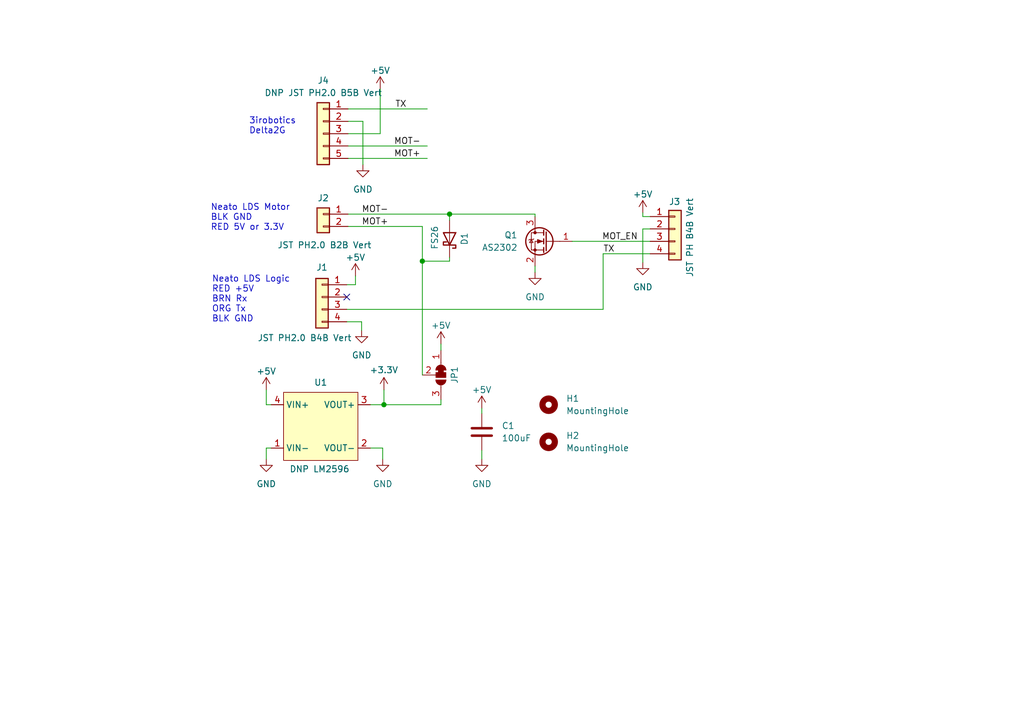
<source format=kicad_sch>
(kicad_sch (version 20230121) (generator eeschema)
  (paper "A5")
  (title_block (title "Neato XV11/Delta-2G LDS adapter") (date "2024-01-31") (rev "0.3.0") (company "makerspet.com"))
  (lib_symbols
    (symbol "Connector_Generic:Conn_01x02" (pin_names (offset 1.016) hide)
      (property "Reference" "J" (at 0 2.54 0))
      (property "Value" "Conn_01x02" (at 0 -5.08 0))
      (symbol "Conn_01x02_1_1"
        (rectangle (start -1.27 -2.413) (end 0 -2.667) (stroke (width 0.1524)))
        (rectangle (start -1.27 0.127) (end 0 -0.127) (stroke (width 0.1524)))
        (rectangle (start -1.27 1.27) (end 1.27 -3.81) (stroke (width 0.254)) (fill (type background)))
        (pin passive line (at -5.08 0 0) (length 3.81) (name "Pin_1") (number "1"))
        (pin passive line (at -5.08 -2.54 0) (length 3.81) (name "Pin_2") (number "2"))
      )
    )
    (symbol "Connector_Generic:Conn_01x04" (pin_names (offset 1.016) hide)
      (property "Reference" "J" (at 0 5.08 0))
      (property "Value" "Conn_01x04" (at 0 -7.62 0))
      (symbol "Conn_01x04_1_1"
        (rectangle (start -1.27 -4.953) (end 0 -5.207) (stroke (width 0.1524)))
        (rectangle (start -1.27 -2.413) (end 0 -2.667) (stroke (width 0.1524)))
        (rectangle (start -1.27 0.127) (end 0 -0.127) (stroke (width 0.1524)))
        (rectangle (start -1.27 2.667) (end 0 2.413) (stroke (width 0.1524)))
        (rectangle (start -1.27 3.81) (end 1.27 -6.35) (stroke (width 0.254)) (fill (type background)))
        (pin passive line (at -5.08 2.54 0) (length 3.81) (name "Pin_1") (number "1"))
        (pin passive line (at -5.08 0 0) (length 3.81) (name "Pin_2") (number "2"))
        (pin passive line (at -5.08 -2.54 0) (length 3.81) (name "Pin_3") (number "3"))
        (pin passive line (at -5.08 -5.08 0) (length 3.81) (name "Pin_4") (number "4"))
      )
    )
    (symbol "Connector_Generic:Conn_01x05" (pin_names (offset 1.016) hide)
      (property "Reference" "J" (at 0 7.62 0))
      (property "Value" "Conn_01x05" (at 0 -7.62 0))
      (symbol "Conn_01x05_1_1"
        (rectangle (start -1.27 -4.953) (end 0 -5.207) (stroke (width 0.1524)))
        (rectangle (start -1.27 -2.413) (end 0 -2.667) (stroke (width 0.1524)))
        (rectangle (start -1.27 0.127) (end 0 -0.127) (stroke (width 0.1524)))
        (rectangle (start -1.27 2.667) (end 0 2.413) (stroke (width 0.1524)))
        (rectangle (start -1.27 5.207) (end 0 4.953) (stroke (width 0.1524)))
        (rectangle (start -1.27 6.35) (end 1.27 -6.35) (stroke (width 0.254)) (fill (type background)))
        (pin passive line (at -5.08 5.08 0) (length 3.81) (name "Pin_1") (number "1"))
        (pin passive line (at -5.08 2.54 0) (length 3.81) (name "Pin_2") (number "2"))
        (pin passive line (at -5.08 0 0) (length 3.81) (name "Pin_3") (number "3"))
        (pin passive line (at -5.08 -2.54 0) (length 3.81) (name "Pin_4") (number "4"))
        (pin passive line (at -5.08 -5.08 0) (length 3.81) (name "Pin_5") (number "5"))
      )
    )
    (symbol "Device:C" (pin_numbers hide) (pin_names (offset 0.254))
      (property "Reference" "C" (at 0.635 2.54 0))
      (property "Value" "C" (at 0.635 -2.54 0))
      (symbol "C_0_1"
        (polyline (pts (xy -2.032 -0.762) (xy 2.032 -0.762)) (stroke (width 0.508)))
        (polyline (pts (xy -2.032 0.762) (xy 2.032 0.762)) (stroke (width 0.508)))
      )
      (symbol "C_1_1"
        (pin passive line (at 0 3.81 270) (length 2.794) (name "~") (number "1"))
        (pin passive line (at 0 -3.81 90) (length 2.794) (name "~") (number "2"))
      )
    )
    (symbol "Device:D_Schottky" (pin_numbers hide) (pin_names (offset 1.016) hide)
      (property "Reference" "D" (at 0 2.54 0))
      (property "Value" "D_Schottky" (at 0 -2.54 0))
      (symbol "D_Schottky_0_1"
        (polyline (pts (xy 1.27 0) (xy -1.27 0)))
        (polyline (pts (xy 1.27 1.27) (xy 1.27 -1.27) (xy -1.27 0) (xy 1.27 1.27)) (stroke (width 0.254)))
        (polyline (pts (xy -1.905 0.635) (xy -1.905 1.27) (xy -1.27 1.27) (xy -1.27 -1.27) (xy -0.635 -1.27) (xy -0.635 -0.635)) (stroke (width 0.254)))
      )
      (symbol "D_Schottky_1_1"
        (pin passive line (at -3.81 0 0) (length 2.54) (name "K") (number "1"))
        (pin passive line (at 3.81 0 180) (length 2.54) (name "A") (number "2"))
      )
    )
    (symbol "Jumper:SolderJumper_3_Bridged12" (pin_names (offset 0) hide)
      (property "Reference" "JP" (at -2.54 -2.54 0))
      (property "Value" "SolderJumper_3_Bridged12" (at 0 2.794 0))
      (symbol "SolderJumper_3_Bridged12_0_1"
        (rectangle (start -1.016 0.508) (end -0.508 -0.508) (fill (type outline)))
        (arc (start -1.016 1.016) (mid -2.0276 0) (end -1.016 -1.016))
        (arc (start -1.016 1.016) (mid -2.0276 0) (end -1.016 -1.016) (fill (type outline)))
        (rectangle (start -0.508 1.016) (end 0.508 -1.016) (fill (type outline)))
        (polyline (pts (xy -2.54 0) (xy -2.032 0)))
        (polyline (pts (xy -1.016 1.016) (xy -1.016 -1.016)))
        (polyline (pts (xy 0 -1.27) (xy 0 -1.016)))
        (polyline (pts (xy 1.016 1.016) (xy 1.016 -1.016)))
        (polyline (pts (xy 2.54 0) (xy 2.032 0)))
        (arc (start 1.016 -1.016) (mid 2.0276 0) (end 1.016 1.016))
        (arc (start 1.016 -1.016) (mid 2.0276 0) (end 1.016 1.016) (fill (type outline)))
      )
      (symbol "SolderJumper_3_Bridged12_1_1"
        (pin passive line (at -5.08 0 0) (length 2.54) (name "A") (number "1"))
        (pin passive line (at 0 -3.81 90) (length 2.54) (name "C") (number "2"))
        (pin passive line (at 5.08 0 180) (length 2.54) (name "B") (number "3"))
      )
    )
    (symbol "Makerspet:LM2596 Module"
      (property "Reference" "U" (at 0 -1.27 0))
      (symbol "LM2596 Module_1_1"
        (rectangle (start -7.62 -2.54) (end 7.62 -16.51) (fill (type background)))
        (pin passive line (at -10.16 -13.97 0) (length 2.54) (name "VIN-") (number "1"))
        (pin passive line (at 10.16 -13.97 180) (length 2.54) (name "VOUT-") (number "2"))
        (pin power_out line (at 10.16 -5.08 180) (length 2.54) (name "VOUT+") (number "3"))
        (pin power_in line (at -10.16 -5.08 0) (length 2.54) (name "VIN+") (number "4"))
      )
    )
    (symbol "Mechanical:MountingHole" (pin_names (offset 1.016))
      (property "Reference" "H" (at 0 5.08 0))
      (property "Value" "MountingHole" (at 0 3.175 0))
      (symbol "MountingHole_0_1"
        (circle (center 0 0) (radius 1.27) (stroke (width 1.27)))
      )
    )
    (symbol "Transistor_FET:BSS123" (pin_names hide)
      (property "Reference" "Q" (at 5.08 1.905 0))
      (property "Value" "BSS123" (at 5.08 0 0))
      (symbol "BSS123_0_1"
        (polyline (pts (xy 0.254 0) (xy -2.54 0)))
        (polyline (pts (xy 0.254 1.905) (xy 0.254 -1.905)) (stroke (width 0.254)))
        (polyline (pts (xy 0.762 -1.27) (xy 0.762 -2.286)) (stroke (width 0.254)))
        (polyline (pts (xy 0.762 0.508) (xy 0.762 -0.508)) (stroke (width 0.254)))
        (polyline (pts (xy 0.762 2.286) (xy 0.762 1.27)) (stroke (width 0.254)))
        (polyline (pts (xy 2.54 2.54) (xy 2.54 1.778)))
        (polyline (pts (xy 2.54 -2.54) (xy 2.54 0) (xy 0.762 0)))
        (polyline (pts (xy 0.762 -1.778) (xy 3.302 -1.778) (xy 3.302 1.778) (xy 0.762 1.778)))
        (polyline (pts (xy 1.016 0) (xy 2.032 0.381) (xy 2.032 -0.381) (xy 1.016 0)) (fill (type outline)))
        (polyline (pts (xy 2.794 0.508) (xy 2.921 0.381) (xy 3.683 0.381) (xy 3.81 0.254)))
        (polyline (pts (xy 3.302 0.381) (xy 2.921 -0.254) (xy 3.683 -0.254) (xy 3.302 0.381)))
        (circle (center 1.651 0) (radius 2.794) (stroke (width 0.254)))
        (circle (center 2.54 -1.778) (radius 0.254) (fill (type outline)))
        (circle (center 2.54 1.778) (radius 0.254) (fill (type outline)))
      )
      (symbol "BSS123_1_1"
        (pin input line (at -5.08 0 0) (length 2.54) (name "G") (number "1"))
        (pin passive line (at 2.54 -5.08 90) (length 2.54) (name "S") (number "2"))
        (pin passive line (at 2.54 5.08 270) (length 2.54) (name "D") (number "3"))
      )
    )
    (symbol "power:+3.3V" (power) (pin_names (offset 0))
      (property "Value" "+3.3V" (at 0 3.556 0))
      (symbol "+3.3V_0_1"
        (polyline (pts (xy -0.762 1.27) (xy 0 2.54)))
        (polyline (pts (xy 0 0) (xy 0 2.54)))
        (polyline (pts (xy 0 2.54) (xy 0.762 1.27)))
      )
      (symbol "+3.3V_1_1"
        (pin power_in line (at 0 0 90) (length 0) hide (name "+3.3V") (number "1"))
      )
    )
    (symbol "power:+5V" (power) (pin_names (offset 0))
      (property "Value" "+5V" (at 0 3.556 0))
      (symbol "+5V_0_1"
        (polyline (pts (xy -0.762 1.27) (xy 0 2.54)))
        (polyline (pts (xy 0 0) (xy 0 2.54)))
        (polyline (pts (xy 0 2.54) (xy 0.762 1.27)))
      )
      (symbol "+5V_1_1"
        (pin power_in line (at 0 0 90) (length 0) hide (name "+5V") (number "1"))
      )
    )
    (symbol "power:GND" (power) (pin_names (offset 0))
      (property "Value" "GND" (at 0 -3.81 0))
      (symbol "GND_0_1"
        (polyline (pts (xy 0 0) (xy 0 -1.27) (xy 1.27 -1.27) (xy 0 -2.54) (xy -1.27 -1.27) (xy 0 -1.27)))
      )
      (symbol "GND_1_1"
        (pin power_in line (at 0 0 270) (length 0) hide (name "GND") (number "1"))
      )
    )
  )
  (junction (at 78.74 83.058))
  (junction (at 92.202 43.942))
  (junction (at 86.614 53.594))
  (no_connect (at 71.12 60.96))
  (wire (pts (xy 55.626 91.948) (xy 54.61 91.948)))
  (wire (pts (xy 74.422 24.892) (xy 74.422 33.782)))
  (wire (pts (xy 133.35 44.45) (xy 131.826 44.45)))
  (wire (pts (xy 71.374 46.482) (xy 86.614 46.482)))
  (wire (pts (xy 131.826 46.99) (xy 131.826 53.848)))
  (wire (pts (xy 71.374 22.352) (xy 87.63 22.352)))
  (wire (pts (xy 75.946 83.058) (xy 78.74 83.058)))
  (wire (pts (xy 71.374 43.942) (xy 92.202 43.942)))
  (wire (pts (xy 90.424 82.042) (xy 90.424 83.058)))
  (wire (pts (xy 86.614 76.962) (xy 86.614 53.594)))
  (wire (pts (xy 109.728 43.942) (xy 109.728 44.45)))
  (wire (pts (xy 71.374 24.892) (xy 74.422 24.892)))
  (wire (pts (xy 92.202 43.942) (xy 109.728 43.942)))
  (wire (pts (xy 86.614 53.594) (xy 86.614 46.482)))
  (wire (pts (xy 90.424 70.612) (xy 90.424 71.882)))
  (wire (pts (xy 98.806 83.82) (xy 98.806 84.836)))
  (wire (pts (xy 72.898 58.42) (xy 71.12 58.42)))
  (wire (pts (xy 123.698 52.07) (xy 123.698 63.5)))
  (wire (pts (xy 71.12 66.04) (xy 74.168 66.04)))
  (wire (pts (xy 74.168 66.04) (xy 74.168 67.818)))
  (wire (pts (xy 54.61 91.948) (xy 54.61 94.234)))
  (wire (pts (xy 54.61 83.058) (xy 54.61 80.01)))
  (wire (pts (xy 78.486 94.234) (xy 78.486 91.948)))
  (wire (pts (xy 71.374 29.972) (xy 87.63 29.972)))
  (wire (pts (xy 109.728 54.61) (xy 109.728 55.88)))
  (wire (pts (xy 133.35 46.99) (xy 131.826 46.99)))
  (wire (pts (xy 72.898 56.642) (xy 72.898 58.42)))
  (wire (pts (xy 55.626 83.058) (xy 54.61 83.058)))
  (wire (pts (xy 131.826 44.45) (xy 131.826 43.688)))
  (wire (pts (xy 92.202 52.832) (xy 92.202 53.594)))
  (wire (pts (xy 117.348 49.53) (xy 133.35 49.53)))
  (wire (pts (xy 92.202 53.594) (xy 86.614 53.594)))
  (wire (pts (xy 98.806 94.234) (xy 98.806 92.456)))
  (wire (pts (xy 71.374 27.432) (xy 77.978 27.432)))
  (wire (pts (xy 78.486 91.948) (xy 75.946 91.948)))
  (wire (pts (xy 77.978 18.288) (xy 77.978 27.432)))
  (wire (pts (xy 123.698 52.07) (xy 133.35 52.07)))
  (wire (pts (xy 78.74 83.058) (xy 90.424 83.058)))
  (wire (pts (xy 71.12 63.5) (xy 123.698 63.5)))
  (wire (pts (xy 92.202 43.942) (xy 92.202 45.212)))
  (wire (pts (xy 71.374 32.512) (xy 87.63 32.512)))
  (wire (pts (xy 78.74 80.01) (xy 78.74 83.058)))
  (text "Neato LDS Logic\nRED +5V\nBRN Rx\nORG Tx\nBLK GND" (at 43.434 66.294 0) (effects (font (size 1.27 1.27)) (justify left bottom)))
  (text "Neato LDS Motor\nBLK GND\nRED 5V or 3.3V" (at 43.18 47.498 0) (effects (font (size 1.27 1.27)) (justify left bottom)))
  (text "3irobotics\nDelta2G" (at 51.054 27.686 0) (effects (font (size 1.27 1.27)) (justify left bottom)))
  (label "MOT-" (at 80.772 29.972 0))
  (label "MOT_EN" (at 123.444 49.53 0))
  (label "MOT+" (at 74.168 46.482 0))
  (label "MOT+" (at 80.772 32.512 0))
  (label "MOT-" (at 74.168 43.942 0))
  (label "TX" (at 81.026 22.352 0))
  (label "TX" (at 123.698 52.07 0))
  (symbol (lib_id "power:GND") (at 74.168 67.818 0) (unit 1)
    (property "Reference" "#PWR05" (effects hide))
    (property "Value" "GND" (at 74.168 72.898 0))
  )
  (symbol (lib_id "power:GND") (at 131.826 53.848 0) (unit 1)
    (property "Reference" "#PWR08" (effects hide))
    (property "Value" "GND" (at 131.826 58.928 0))
  )
  (symbol (lib_id "power:GND") (at 74.422 33.782 0) (unit 1)
    (property "Reference" "#PWR013" (effects hide))
    (property "Value" "GND" (at 74.422 38.862 0))
  )
  (symbol (lib_id "Connector_Generic:Conn_01x04") (at 66.04 60.96 0) (mirror y) (unit 1)
    (property "Reference" "J1" (at 66.04 54.864 0))
    (property "Value" "JST PH2.0 B4B Vert" (at 62.484 69.342 0))
    (property "Footprint" "Connector_JST:JST_PH_B4B-PH-K_1x04_P2.00mm_Vertical" (effects hide))
  )
  (symbol (lib_id "power:GND") (at 98.806 94.234 0) (unit 1)
    (property "Reference" "#PWR012" (effects hide))
    (property "Value" "GND" (at 98.806 99.314 0))
  )
  (symbol (lib_id "Connector_Generic:Conn_01x05") (at 66.294 27.432 0) (mirror y) (unit 1)
    (property "Reference" "J4" (at 66.294 16.51 0))
    (property "Value" "DNP JST PH2.0 B5B Vert" (at 66.294 19.05 0))
    (property "Footprint" "Connector_JST:JST_PH_B5B-PH-K_1x05_P2.00mm_Vertical" (effects hide))
  )
  (symbol (lib_id "power:+5V") (at 90.424 70.612 0) (unit 1)
    (property "Reference" "#PWR09" (effects hide))
    (property "Value" "+5V" (at 90.424 66.802 0))
  )
  (symbol (lib_id "power:GND") (at 109.728 55.88 0) (unit 1)
    (property "Reference" "#PWR02" (effects hide))
    (property "Value" "GND" (at 109.728 60.96 0))
  )
  (symbol (lib_id "Device:C") (at 98.806 88.646 0) (unit 1)
    (property "Reference" "C1" (at 102.87 87.376 0) (effects (justify left)))
    (property "Value" "100uF" (at 102.87 89.916 0) (effects (justify left)))
    (property "Footprint" "Capacitor_SMD:C_1206_3216Metric" (effects hide))
  )
  (symbol (lib_id "Connector_Generic:Conn_01x04") (at 138.43 46.99 0) (unit 1)
    (property "Reference" "J3" (at 137.16 41.402 0) (effects (justify left)))
    (property "Value" "JST PH B4B Vert" (at 141.478 56.896 90) (effects (justify left)))
    (property "Footprint" "Connector_JST:JST_PH_B4B-PH-K_1x04_P2.00mm_Vertical" (effects hide))
  )
  (symbol (lib_id "Connector_Generic:Conn_01x02") (at 66.294 43.942 0) (mirror y) (unit 1)
    (property "Reference" "J2" (at 66.294 40.64 0))
    (property "Value" "JST PH2.0 B2B Vert" (at 66.548 50.292 0))
    (property "Footprint" "Connector_JST:JST_PH_B2B-PH-K_1x02_P2.00mm_Vertical" (effects hide))
  )
  (symbol (lib_id "power:+3.3V") (at 78.74 80.01 0) (unit 1)
    (property "Reference" "#PWR010" (effects hide))
    (property "Value" "+3.3V" (at 78.74 75.946 0))
  )
  (symbol (lib_id "Jumper:SolderJumper_3_Bridged12") (at 90.424 76.962 270) (unit 1) (in_bom no)
    (property "Reference" "JP1" (at 93.218 76.962 0))
    (property "Value" "SolderJumper_3_Bridged12" (effects hide))
    (property "Footprint" "Jumper:SolderJumper-3_P1.3mm_Bridged12_RoundedPad1.0x1.5mm_NumberLabels" (effects hide))
  )
  (symbol (lib_id "Mechanical:MountingHole") (at 112.522 90.678 0) (unit 1) (in_bom no)
    (property "Reference" "H2" (at 116.078 89.408 0) (effects (justify left)))
    (property "Value" "MountingHole" (at 116.078 91.948 0) (effects (justify left)))
    (property "Footprint" "MountingHole:MountingHole_3.2mm_M3" (effects hide))
  )
  (symbol (lib_id "Makerspet:LM2596 Module") (at 65.786 77.978 0) (unit 1)
    (property "Reference" "U1" (at 65.786 78.486 0))
    (property "Value" "DNP LM2596" (at 65.532 96.266 0))
    (property "Footprint" "Makerspet:LM2596 Module" (effects hide))
  )
  (symbol (lib_id "power:+5V") (at 131.826 43.688 0) (unit 1)
    (property "Reference" "#PWR07" (effects hide))
    (property "Value" "+5V" (at 131.826 39.878 0))
  )
  (symbol (lib_id "Device:D_Schottky") (at 92.202 49.022 270) (mirror x) (unit 1)
    (property "Reference" "D1" (at 95.25 49.022 0))
    (property "Value" "FS26" (at 89.154 48.768 0))
    (property "Footprint" "Diode_SMD:D_SOD-123F" (effects hide))
    (property "Datasheet" "https://www.digikey.com/en/products/detail/good-ark-semiconductor/FS26/18667798" (effects hide))
  )
  (symbol (lib_id "power:GND") (at 54.61 94.234 0) (unit 1)
    (property "Reference" "#PWR06" (effects hide))
    (property "Value" "GND" (at 54.61 99.314 0))
  )
  (symbol (lib_id "power:+5V") (at 77.978 18.288 0) (unit 1)
    (property "Reference" "#PWR014" (effects hide))
    (property "Value" "+5V" (at 77.978 14.478 0))
  )
  (symbol (lib_id "power:+5V") (at 54.61 80.01 0) (unit 1)
    (property "Reference" "#PWR03" (effects hide))
    (property "Value" "+5V" (at 54.61 76.2 0))
  )
  (symbol (lib_id "Mechanical:MountingHole") (at 112.522 83.058 0) (unit 1) (in_bom no)
    (property "Reference" "H1" (at 116.078 81.788 0) (effects (justify left)))
    (property "Value" "MountingHole" (at 116.078 84.328 0) (effects (justify left)))
    (property "Footprint" "MountingHole:MountingHole_3.2mm_M3" (effects hide))
  )
  (symbol (lib_id "power:+5V") (at 98.806 83.82 0) (unit 1)
    (property "Reference" "#PWR01" (effects hide))
    (property "Value" "+5V" (at 98.806 80.01 0))
  )
  (symbol (lib_id "power:+5V") (at 72.898 56.642 0) (unit 1)
    (property "Reference" "#PWR04" (effects hide))
    (property "Value" "+5V" (at 72.898 52.832 0))
  )
  (symbol (lib_id "Transistor_FET:BSS123") (at 112.268 49.53 0) (mirror y) (unit 1)
    (property "Reference" "Q1" (at 106.172 48.26 0) (effects (justify left)))
    (property "Value" "AS2302" (at 106.172 50.8 0) (effects (justify left)))
    (property "Footprint" "Package_TO_SOT_SMD:SOT-23" (effects hide))
    (property "Datasheet" "https://www.digikey.com/en/products/detail/anbon-semiconductor-int-l-limited/AS2302/16708469" (effects hide))
  )
  (symbol (lib_id "power:GND") (at 78.486 94.234 0) (unit 1)
    (property "Reference" "#PWR011" (effects hide))
    (property "Value" "GND" (at 78.486 99.314 0))
  )
)
</source>
